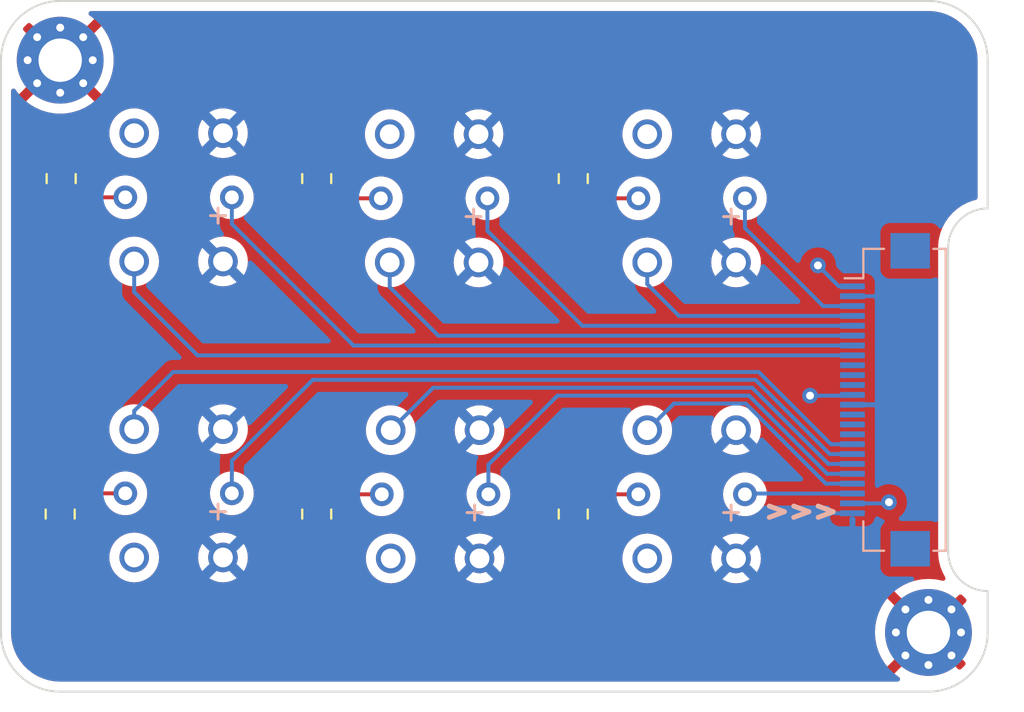
<source format=kicad_pcb>
(kicad_pcb (version 20220331) (generator pcbnew)
  (layers (0 "F.Cu" mixed) (31 "B.Cu" mixed) (34 "B.Paste" user) (35 "F.Paste" user) (36 "B.SilkS" user "B.Silkscreen") (37 "F.SilkS" user "F.Silkscreen") (38 "B.Mask" user) (39 "F.Mask" user) (44 "Edge.Cuts" user))
  (net 0 "")
  (net 1 "GND")
  (net 2 "+3V3")
  (net 3 "SW_1")
  (net 4 "LED_1")
  (net 5 "SW_3")
  (net 6 "LED_3")
  (net 7 "SW_5")
  (net 8 "LED_5")
  (net 9 "SW_6")
  (net 13 "LED_6")
  (net 14 "SW_4")
  (net 18 "LED_4")
  (net 19 "SW_2")
  (net 20 "LED_2")
  (net 21 "Net-(SW1--)")
  (net 22 "Net-(SW2--)")
  (net 23 "Net-(SW3--)")
  (net 24 "Net-(SW4--)")
  (net 25 "Net-(SW5--)")
  (net 26 "Net-(SW6--)")
  (footprint "Resistor_SMD:R_0805_2012Metric_Pad1.20x1.40mm_HandSolder" (layer "F.Cu") (at 123.05 89 90)
    (fp_text reference "R5" hide)
    (fp_text value "100Ω")
    (fp_line (start -0.227064 -0.735) (end 0.227064 -0.735) (stroke (width 0.12)) (layer "F.SilkS"))
    (fp_line (start -0.227064 0.735) (end 0.227064 0.735) (stroke (width 0.12)) (layer "F.SilkS"))
    (pad "1" smd roundrect (at -1 0 90) (size 1.2 1.4) (layers "F.Cu" "F.Paste" "F.Mask") (roundrect_rratio 0.208333) (net 25 "Net-(SW5--)"))
    (pad "2" smd roundrect (at 1 0 90) (size 1.2 1.4) (layers "F.Cu" "F.Paste" "F.Mask") (roundrect_rratio 0.208333) (net 1 "GND"))
  )
  (footprint "Resistor_SMD:R_0805_2012Metric_Pad1.20x1.40mm_HandSolder" (layer "F.Cu") (at 149 106 -90)
    (fp_text reference "R2" hide)
    (fp_text value "100Ω")
    (fp_line (start -0.227064 -0.735) (end 0.227064 -0.735) (stroke (width 0.12)) (layer "F.SilkS"))
    (fp_line (start -0.227064 0.735) (end 0.227064 0.735) (stroke (width 0.12)) (layer "F.SilkS"))
    (pad "1" smd roundrect (at -1 0 270) (size 1.2 1.4) (layers "F.Cu" "F.Paste" "F.Mask") (roundrect_rratio 0.208333) (net 22 "Net-(SW2--)"))
    (pad "2" smd roundrect (at 1 0 270) (size 1.2 1.4) (layers "F.Cu" "F.Paste" "F.Mask") (roundrect_rratio 0.208333) (net 1 "GND"))
  )
  (footprint "Resistor_SMD:R_0805_2012Metric_Pad1.20x1.40mm_HandSolder" (layer "F.Cu") (at 136 106 -90)
    (fp_text reference "R4" hide)
    (fp_text value "100Ω")
    (fp_line (start -0.227064 -0.735) (end 0.227064 -0.735) (stroke (width 0.12)) (layer "F.SilkS"))
    (fp_line (start -0.227064 0.735) (end 0.227064 0.735) (stroke (width 0.12)) (layer "F.SilkS"))
    (pad "1" smd roundrect (at -1 0 270) (size 1.2 1.4) (layers "F.Cu" "F.Paste" "F.Mask") (roundrect_rratio 0.208333) (net 24 "Net-(SW4--)"))
    (pad "2" smd roundrect (at 1 0 270) (size 1.2 1.4) (layers "F.Cu" "F.Paste" "F.Mask") (roundrect_rratio 0.208333) (net 1 "GND"))
  )
  (footprint "MountingHole:MountingHole_2.2mm_M2_Pad_Via" (layer "F.Cu") (at 123 83)
    (fp_text reference "H1" hide)
    (fp_text value "~")
    (pad "1" thru_hole circle locked (at -1.65 0) (size 0.7 0.7) (drill 0.4) (layers *.Cu *.Mask) (net 1 "GND"))
    (pad "1" thru_hole circle locked (at -1.166726 -1.166726) (size 0.7 0.7) (drill 0.4) (layers *.Cu *.Mask) (net 1 "GND"))
    (pad "1" thru_hole circle locked (at -1.166726 1.166726) (size 0.7 0.7) (drill 0.4) (layers *.Cu *.Mask) (net 1 "GND"))
    (pad "1" thru_hole circle locked (at 0 -1.65) (size 0.7 0.7) (drill 0.4) (layers *.Cu *.Mask) (net 1 "GND"))
    (pad "1" thru_hole circle locked (at 0 0) (size 4.4 4.4) (drill 2.2) (layers *.Cu *.Mask) (net 1 "GND"))
    (pad "1" thru_hole circle locked (at 0 1.65) (size 0.7 0.7) (drill 0.4) (layers *.Cu *.Mask) (net 1 "GND"))
    (pad "1" thru_hole circle locked (at 1.166726 -1.166726) (size 0.7 0.7) (drill 0.4) (layers *.Cu *.Mask) (net 1 "GND"))
    (pad "1" thru_hole circle locked (at 1.166726 1.166726) (size 0.7 0.7) (drill 0.4) (layers *.Cu *.Mask) (net 1 "GND"))
    (pad "1" thru_hole circle locked (at 1.65 0) (size 0.7 0.7) (drill 0.4) (layers *.Cu *.Mask) (net 1 "GND"))
  )
  (footprint "Resistor_SMD:R_0805_2012Metric_Pad1.20x1.40mm_HandSolder" (layer "F.Cu") (at 136 89 90)
    (fp_text reference "R3" hide)
    (fp_text value "100Ω")
    (fp_line (start -0.227064 -0.735) (end 0.227064 -0.735) (stroke (width 0.12)) (layer "F.SilkS"))
    (fp_line (start -0.227064 0.735) (end 0.227064 0.735) (stroke (width 0.12)) (layer "F.SilkS"))
    (pad "1" smd roundrect (at -1 0 90) (size 1.2 1.4) (layers "F.Cu" "F.Paste" "F.Mask") (roundrect_rratio 0.208333) (net 23 "Net-(SW3--)"))
    (pad "2" smd roundrect (at 1 0 90) (size 1.2 1.4) (layers "F.Cu" "F.Paste" "F.Mask") (roundrect_rratio 0.208333) (net 1 "GND"))
  )
  (footprint "Resistor_SMD:R_0805_2012Metric_Pad1.20x1.40mm_HandSolder" (layer "F.Cu") (at 149 89 90)
    (fp_text reference "R1" hide)
    (fp_text value "100Ω")
    (fp_line (start -0.227064 -0.735) (end 0.227064 -0.735) (stroke (width 0.12)) (layer "F.SilkS"))
    (fp_line (start -0.227064 0.735) (end 0.227064 0.735) (stroke (width 0.12)) (layer "F.SilkS"))
    (pad "1" smd roundrect (at -1 0 90) (size 1.2 1.4) (layers "F.Cu" "F.Paste" "F.Mask") (roundrect_rratio 0.208333) (net 21 "Net-(SW1--)"))
    (pad "2" smd roundrect (at 1 0 90) (size 1.2 1.4) (layers "F.Cu" "F.Paste" "F.Mask") (roundrect_rratio 0.208333) (net 1 "GND"))
  )
  (footprint "Resistor_SMD:R_0805_2012Metric_Pad1.20x1.40mm_HandSolder" (layer "F.Cu") (at 123 106 -90)
    (fp_text reference "R6" hide)
    (fp_text value "100Ω")
    (fp_line (start -0.227064 -0.735) (end 0.227064 -0.735) (stroke (width 0.12)) (layer "F.SilkS"))
    (fp_line (start -0.227064 0.735) (end 0.227064 0.735) (stroke (width 0.12)) (layer "F.SilkS"))
    (pad "1" smd roundrect (at -1 0 270) (size 1.2 1.4) (layers "F.Cu" "F.Paste" "F.Mask") (roundrect_rratio 0.208333) (net 26 "Net-(SW6--)"))
    (pad "2" smd roundrect (at 1 0 270) (size 1.2 1.4) (layers "F.Cu" "F.Paste" "F.Mask") (roundrect_rratio 0.208333) (net 1 "GND"))
  )
  (footprint "MountingHole:MountingHole_2.2mm_M2_Pad_Via" (layer "F.Cu") (at 167 112)
    (fp_text reference "H2" hide)
    (fp_text value "~")
    (pad "1" thru_hole circle locked (at -1.65 0) (size 0.7 0.7) (drill 0.4) (layers *.Cu *.Mask) (net 1 "GND"))
    (pad "1" thru_hole circle locked (at -1.166726 -1.166726) (size 0.7 0.7) (drill 0.4) (layers *.Cu *.Mask) (net 1 "GND"))
    (pad "1" thru_hole circle locked (at -1.166726 1.166726) (size 0.7 0.7) (drill 0.4) (layers *.Cu *.Mask) (net 1 "GND"))
    (pad "1" thru_hole circle locked (at 0 -1.65) (size 0.7 0.7) (drill 0.4) (layers *.Cu *.Mask) (net 1 "GND"))
    (pad "1" thru_hole circle locked (at 0 0) (size 4.4 4.4) (drill 2.2) (layers *.Cu *.Mask) (net 1 "GND"))
    (pad "1" thru_hole circle locked (at 0 1.65) (size 0.7 0.7) (drill 0.4) (layers *.Cu *.Mask) (net 1 "GND"))
    (pad "1" thru_hole circle locked (at 1.166726 -1.166726) (size 0.7 0.7) (drill 0.4) (layers *.Cu *.Mask) (net 1 "GND"))
    (pad "1" thru_hole circle locked (at 1.166726 1.166726) (size 0.7 0.7) (drill 0.4) (layers *.Cu *.Mask) (net 1 "GND"))
    (pad "1" thru_hole circle locked (at 1.65 0) (size 0.7 0.7) (drill 0.4) (layers *.Cu *.Mask) (net 1 "GND"))
  )
  (footprint "GameOver:Addon_conn_TXGA_FFC05036-24SBD113W5M_1x24_P0.50mm_Horizontal" (layer "B.Cu") (at 165 100.21 -90)
    (fp_text reference "J1" hide)
    (fp_text value locked "addon_conn")
    (fp_text user ">>>" (at 5.7404 4.445 180 unlocked) (layer "B.SilkS") (effects (font (thickness 0.25) bold) (justify mirror)))
    (fp_line (start -7.65 -2.875) (end 7.65 -2.875) (stroke (width 0.12)) (layer "B.SilkS"))
    (fp_line (start -7.65 -2.25) (end -7.65 -2.875) (stroke (width 0.12)) (layer "B.SilkS"))
    (fp_line (start -7.65 1.3) (end -7.65 0.25) (stroke (width 0.12)) (layer "B.SilkS"))
    (fp_line (start -6.16 1.3) (end -7.65 1.3) (stroke (width 0.12)) (layer "B.SilkS"))
    (fp_line (start -6.16 1.3) (end -6.16 2.25) (stroke (width 0.12)) (layer "B.SilkS"))
    (fp_line (start 6.16 1.3) (end 7.65 1.3) (stroke (width 0.12)) (layer "B.SilkS"))
    (fp_line (start 7.65 -2.875) (end 7.65 -2.25) (stroke (width 0.12)) (layer "B.SilkS"))
    (fp_line (start 7.65 1.3) (end 7.65 0.25) (stroke (width 0.12)) (layer "B.SilkS"))
    (pad "" smd rect locked (at -7.55 -1.075 270) (size 1.8 2) (layers "B.Cu" "B.Paste" "B.Mask"))
    (pad "" smd rect locked (at 7.55 -1.075 270) (size 1.8 2) (layers "B.Cu" "B.Paste" "B.Mask"))
    (pad "1" smd rect locked (at -5.75 1.85 270) (size 0.3 1.25) (layers "B.Cu" "B.Paste" "B.Mask") (net 1 "GND"))
    (pad "2" smd rect locked (at -5.25 1.85 270) (size 0.3 1.25) (layers "B.Cu" "B.Paste" "B.Mask") (net 2 "+3V3"))
    (pad "3" smd rect locked (at -4.75 1.85 270) (size 0.3 1.25) (layers "B.Cu" "B.Paste" "B.Mask") (net 4 "LED_1"))
    (pad "4" smd rect locked (at -4.25 1.85 270) (size 0.3 1.25) (layers "B.Cu" "B.Paste" "B.Mask") (net 3 "SW_1"))
    (pad "5" smd rect locked (at -3.75 1.85 270) (size 0.3 1.25) (layers "B.Cu" "B.Paste" "B.Mask") (net 6 "LED_3"))
    (pad "6" smd rect locked (at -3.25 1.85 270) (size 0.3 1.25) (layers "B.Cu" "B.Paste" "B.Mask") (net 5 "SW_3"))
    (pad "7" smd rect locked (at -2.75 1.85 270) (size 0.3 1.25) (layers "B.Cu" "B.Paste" "B.Mask") (net 8 "LED_5"))
    (pad "8" smd rect locked (at -2.25 1.85 270) (size 0.3 1.25) (layers "B.Cu" "B.Paste" "B.Mask") (net 7 "SW_5"))
    (pad "9" smd rect locked (at -1.75 1.85 270) (size 0.3 1.25) (layers "B.Cu" "B.Paste" "B.Mask"))
    (pad "10" smd rect locked (at -1.25 1.85 270) (size 0.3 1.25) (layers "B.Cu" "B.Paste" "B.Mask"))
    (pad "11" smd rect locked (at -0.75 1.85 270) (size 0.3 1.25) (layers "B.Cu" "B.Paste" "B.Mask"))
    (pad "12" smd rect locked (at -0.25 1.85 270) (size 0.3 1.25) (layers "B.Cu" "B.Paste" "B.Mask") (net 1 "GND"))
    (pad "13" smd rect locked (at 0.25 1.85 270) (size 0.3 1.25) (layers "B.Cu" "B.Paste" "B.Mask") (net 2 "+3V3"))
    (pad "14" smd rect locked (at 0.75 1.85 270) (size 0.3 1.25) (layers "B.Cu" "B.Paste" "B.Mask"))
    (pad "15" smd rect locked (at 1.25 1.85 270) (size 0.3 1.25) (layers "B.Cu" "B.Paste" "B.Mask"))
    (pad "16" smd rect locked (at 1.75 1.85 270) (size 0.3 1.25) (layers "B.Cu" "B.Paste" "B.Mask"))
    (pad "17" smd rect locked (at 2.25 1.85 270) (size 0.3 1.25) (layers "B.Cu" "B.Paste" "B.Mask") (net 9 "SW_6"))
    (pad "18" smd rect locked (at 2.75 1.85 270) (size 0.3 1.25) (layers "B.Cu" "B.Paste" "B.Mask") (net 13 "LED_6"))
    (pad "19" smd rect locked (at 3.25 1.85 270) (size 0.3 1.25) (layers "B.Cu" "B.Paste" "B.Mask") (net 14 "SW_4"))
    (pad "20" smd rect locked (at 3.75 1.85 270) (size 0.3 1.25) (layers "B.Cu" "B.Paste" "B.Mask") (net 18 "LED_4"))
    (pad "21" smd rect locked (at 4.25 1.85 270) (size 0.3 1.25) (layers "B.Cu" "B.Paste" "B.Mask") (net 19 "SW_2"))
    (pad "22" smd rect locked (at 4.75 1.85 270) (size 0.3 1.25) (layers "B.Cu" "B.Paste" "B.Mask") (net 20 "LED_2"))
    (pad "23" smd rect locked (at 5.25 1.85 270) (size 0.3 1.25) (layers "B.Cu" "B.Paste" "B.Mask") (net 1 "GND"))
    (pad "24" smd rect locked (at 5.75 1.85 270) (size 0.3 1.25) (layers "B.Cu" "B.Paste" "B.Mask") (net 2 "+3V3"))
  )
  (footprint "GameOver:TL1240GQ1JCLR" (layer "B.Cu") (at 155 105)
    (fp_text reference "SW2" hide)
    (fp_text value "TL1240GQ1JCLR")
    (fp_text user "+" (at 2 1 180 unlocked) (layer "B.SilkS") (effects (justify mirror)))
    (pad "1" thru_hole circle (at 2.25 3.25) (size 1.5 1.5) (drill 1) (layers *.Cu *.Mask) (net 2 "+3V3"))
    (pad "2" thru_hole circle (at 2.25 -3.25) (size 1.5 1.5) (drill 1) (layers *.Cu *.Mask) (net 2 "+3V3"))
    (pad "3" thru_hole circle (at -2.25 3.25) (size 1.5 1.5) (drill 1) (layers *.Cu *.Mask))
    (pad "4" thru_hole circle (at -2.25 -3.25) (size 1.5 1.5) (drill 1) (layers *.Cu *.Mask) (net 19 "SW_2"))
    (pad "5" thru_hole circle (at 2.7 0) (size 1.2 1.2) (drill 0.7) (layers *.Cu *.Mask) (net 20 "LED_2"))
    (pad "6" thru_hole circle (at -2.7 0) (size 1.2 1.2) (drill 0.7) (layers *.Cu *.Mask) (net 22 "Net-(SW2--)"))
  )
  (footprint "GameOver:TL1240GQ1JCLR" (layer "B.Cu") (at 141.95 90)
    (fp_text reference "SW3" hide)
    (fp_text value "TL1240GQ1JCLR")
    (fp_text user "+" (at 2 1 180 unlocked) (layer "B.SilkS") (effects (justify mirror)))
    (pad "1" thru_hole circle (at 2.25 3.25) (size 1.5 1.5) (drill 1) (layers *.Cu *.Mask) (net 2 "+3V3"))
    (pad "2" thru_hole circle (at 2.25 -3.25) (size 1.5 1.5) (drill 1) (layers *.Cu *.Mask) (net 2 "+3V3"))
    (pad "3" thru_hole circle (at -2.25 3.25) (size 1.5 1.5) (drill 1) (layers *.Cu *.Mask) (net 5 "SW_3"))
    (pad "4" thru_hole circle (at -2.25 -3.25) (size 1.5 1.5) (drill 1) (layers *.Cu *.Mask))
    (pad "5" thru_hole circle (at 2.7 0) (size 1.2 1.2) (drill 0.7) (layers *.Cu *.Mask) (net 6 "LED_3"))
    (pad "6" thru_hole circle (at -2.7 0) (size 1.2 1.2) (drill 0.7) (layers *.Cu *.Mask) (net 23 "Net-(SW3--)"))
  )
  (footprint "GameOver:TL1240GQ1JCLR" (layer "B.Cu") (at 142 105)
    (fp_text reference "SW4" hide)
    (fp_text value "TL1240GQ1JCLR")
    (fp_text user "+" (at 2 1 180 unlocked) (layer "B.SilkS") (effects (justify mirror)))
    (pad "1" thru_hole circle (at 2.25 3.25) (size 1.5 1.5) (drill 1) (layers *.Cu *.Mask) (net 2 "+3V3"))
    (pad "2" thru_hole circle (at 2.25 -3.25) (size 1.5 1.5) (drill 1) (layers *.Cu *.Mask) (net 2 "+3V3"))
    (pad "3" thru_hole circle (at -2.25 3.25) (size 1.5 1.5) (drill 1) (layers *.Cu *.Mask))
    (pad "4" thru_hole circle (at -2.25 -3.25) (size 1.5 1.5) (drill 1) (layers *.Cu *.Mask) (net 14 "SW_4"))
    (pad "5" thru_hole circle (at 2.7 0) (size 1.2 1.2) (drill 0.7) (layers *.Cu *.Mask) (net 18 "LED_4"))
    (pad "6" thru_hole circle (at -2.7 0) (size 1.2 1.2) (drill 0.7) (layers *.Cu *.Mask) (net 24 "Net-(SW4--)"))
  )
  (footprint "GameOver:TL1240GQ1JCLR" (layer "B.Cu") (at 129 104.95)
    (fp_text reference "SW6" hide)
    (fp_text value "TL1240GQ1JCLR")
    (fp_text user "+" (at 2 1 180 unlocked) (layer "B.SilkS") (effects (justify mirror)))
    (pad "1" thru_hole circle (at 2.25 3.25) (size 1.5 1.5) (drill 1) (layers *.Cu *.Mask) (net 2 "+3V3"))
    (pad "2" thru_hole circle (at 2.25 -3.25) (size 1.5 1.5) (drill 1) (layers *.Cu *.Mask) (net 2 "+3V3"))
    (pad "3" thru_hole circle (at -2.25 3.25) (size 1.5 1.5) (drill 1) (layers *.Cu *.Mask))
    (pad "4" thru_hole circle (at -2.25 -3.25) (size 1.5 1.5) (drill 1) (layers *.Cu *.Mask) (net 9 "SW_6"))
    (pad "5" thru_hole circle (at 2.7 0) (size 1.2 1.2) (drill 0.7) (layers *.Cu *.Mask) (net 13 "LED_6"))
    (pad "6" thru_hole circle (at -2.7 0) (size 1.2 1.2) (drill 0.7) (layers *.Cu *.Mask) (net 26 "Net-(SW6--)"))
  )
  (footprint "GameOver:TL1240GQ1JCLR" (layer "B.Cu") (at 155 90)
    (fp_text reference "SW1" hide)
    (fp_text value "TL1240GQ1JCLR")
    (fp_text user "+" (at 2 1 180 unlocked) (layer "B.SilkS") (effects (justify mirror)))
    (pad "1" thru_hole circle (at 2.25 3.25) (size 1.5 1.5) (drill 1) (layers *.Cu *.Mask) (net 2 "+3V3"))
    (pad "2" thru_hole circle (at 2.25 -3.25) (size 1.5 1.5) (drill 1) (layers *.Cu *.Mask) (net 2 "+3V3"))
    (pad "3" thru_hole circle (at -2.25 3.25) (size 1.5 1.5) (drill 1) (layers *.Cu *.Mask) (net 3 "SW_1"))
    (pad "4" thru_hole circle (at -2.25 -3.25) (size 1.5 1.5) (drill 1) (layers *.Cu *.Mask))
    (pad "5" thru_hole circle (at 2.7 0) (size 1.2 1.2) (drill 0.7) (layers *.Cu *.Mask) (net 4 "LED_1"))
    (pad "6" thru_hole circle (at -2.7 0) (size 1.2 1.2) (drill 0.7) (layers *.Cu *.Mask) (net 21 "Net-(SW1--)"))
  )
  (footprint "GameOver:TL1240GQ1JCLR" (layer "B.Cu") (at 129 89.95)
    (fp_text reference "SW5" hide)
    (fp_text value "TL1240GQ1JCLR")
    (fp_text user "+" (at 2 1 180 unlocked) (layer "B.SilkS") (effects (justify mirror)))
    (pad "1" thru_hole circle (at 2.25 3.25) (size 1.5 1.5) (drill 1) (layers *.Cu *.Mask) (net 2 "+3V3"))
    (pad "2" thru_hole circle (at 2.25 -3.25) (size 1.5 1.5) (drill 1) (layers *.Cu *.Mask) (net 2 "+3V3"))
    (pad "3" thru_hole circle (at -2.25 3.25) (size 1.5 1.5) (drill 1) (layers *.Cu *.Mask) (net 7 "SW_5"))
    (pad "4" thru_hole circle (at -2.25 -3.25) (size 1.5 1.5) (drill 1) (layers *.Cu *.Mask))
    (pad "5" thru_hole circle (at 2.7 0) (size 1.2 1.2) (drill 0.7) (layers *.Cu *.Mask) (net 8 "LED_5"))
    (pad "6" thru_hole circle (at -2.7 0) (size 1.2 1.2) (drill 0.7) (layers *.Cu *.Mask) (net 25 "Net-(SW5--)"))
  )
  (gr_line locked (start 170 83) (end 170 90.514214) (stroke (width 0.1)) (layer "Edge.Cuts"))
  (gr_arc locked (start 168 92.514214) (mid 168.585786 91.1) (end 170 90.514214) (stroke (width 0.1)) (layer "Edge.Cuts"))
  (gr_line locked (start 123 80) (end 167 80) (stroke (width 0.1)) (layer "Edge.Cuts"))
  (gr_line locked (start 120 112) (end 120 83) (stroke (width 0.1)) (layer "Edge.Cuts"))
  (gr_arc locked (start 170 112) (mid 169.12132 114.12132) (end 167 115) (stroke (width 0.1)) (layer "Edge.Cuts"))
  (gr_line locked (start 167 115) (end 123 115) (stroke (width 0.1)) (layer "Edge.Cuts"))
  (gr_arc locked (start 123 115) (mid 120.87868 114.12132) (end 120 112) (stroke (width 0.1)) (layer "Edge.Cuts"))
  (gr_arc locked (start 120 83) (mid 120.87868 80.87868) (end 123 80) (stroke (width 0.1)) (layer "Edge.Cuts"))
  (gr_arc locked (start 170 109.9) (mid 168.585786 109.314214) (end 168 107.9) (stroke (width 0.1)) (layer "Edge.Cuts"))
  (gr_line locked (start 170 112) (end 170 109.9) (stroke (width 0.1)) (layer "Edge.Cuts"))
  (gr_line locked (start 168 92.514214) (end 168 107.9) (stroke (width 0.1)) (layer "Edge.Cuts"))
  (gr_arc locked (start 167 80) (mid 169.12132 80.87868) (end 170 83) (stroke (width 0.1)) (layer "Edge.Cuts"))
  (via (at 161 100) (size 0.8) (drill 0.4) (layers "F.Cu" "B.Cu") (net 1))
  (via (at 165 105.4) (size 0.8) (drill 0.4) (layers "F.Cu" "B.Cu") (net 1))
  (via (at 161.4 93.4) (size 0.8) (drill 0.4) (layers "F.Cu" "B.Cu") (net 1))
  (segment (start 163.15 94.46) (end 162.46 94.46) (width 0.2) (layer "B.Cu") (net 1))
  (segment (start 161 100) (end 163.11 100) (width 0.2) (layer "B.Cu") (net 1))
  (segment (start 162.46 94.46) (end 161.4 93.4) (width 0.2) (layer "B.Cu") (net 1))
  (segment (start 164.94 105.46) (end 165 105.4) (width 0.2) (layer "B.Cu") (net 1))
  (segment (start 163.11 100) (end 163.15 99.96) (width 0.2) (layer "B.Cu") (net 1))
  (segment (start 163.15 105.46) (end 164.94 105.46) (width 0.2) (layer "B.Cu") (net 1))
  (segment (start 163.15 100.46) (end 165.34 100.46) (width 0.25) (layer "B.Cu") (net 2))
  (segment (start 156 92) (end 156 88) (width 0.25) (layer "B.Cu") (net 2))
  (segment (start 156 88) (end 157.25 86.75) (width 0.25) (layer "B.Cu") (net 2))
  (segment (start 159.6 105.96) (end 163.15 105.96) (width 0.2) (layer "B.Cu") (net 2))
  (segment (start 157.25 93.25) (end 156 92) (width 0.25) (layer "B.Cu") (net 2))
  (segment (start 130 92) (end 130.05 92) (width 0.25) (layer "B.Cu") (net 2))
  (segment (start 163.15 94.96) (end 165.96 94.96) (width 0.2) (layer "B.Cu") (net 2))
  (segment (start 130 106.95) (end 131.25 108.2) (width 0.25) (layer "B.Cu") (net 2))
  (segment (start 130 102.95) (end 130 106.95) (width 0.25) (layer "B.Cu") (net 2))
  (segment (start 131.25 86.7) (end 130 87.95) (width 0.25) (layer "B.Cu") (net 2))
  (segment (start 156 107) (end 157.25 108.25) (width 0.25) (layer "B.Cu") (net 2))
  (segment (start 157.25 101.75) (end 156 103) (width 0.25) (layer "B.Cu") (net 2))
  (segment (start 143 107) (end 144.25 108.25) (width 0.25) (layer "B.Cu") (net 2))
  (segment (start 143 92.05) (end 144.2 93.25) (width 0.25) (layer "B.Cu") (net 2))
  (segment (start 143 87.95) (end 143 92.05) (width 0.25) (layer "B.Cu") (net 2))
  (segment (start 143 103) (end 143 107) (width 0.25) (layer "B.Cu") (net 2))
  (segment (start 131.25 101.7) (end 130 102.95) (width 0.25) (layer "B.Cu") (net 2))
  (segment (start 144.25 101.75) (end 143 103) (width 0.25) (layer "B.Cu") (net 2))
  (segment (start 130 87.95) (end 130 92) (width 0.25) (layer "B.Cu") (net 2))
  (segment (start 144.2 86.75) (end 143 87.95) (width 0.25) (layer "B.Cu") (net 2))
  (segment (start 130.05 92) (end 131.25 93.2) (width 0.25) (layer "B.Cu") (net 2))
  (segment (start 156 103) (end 156 107) (width 0.25) (layer "B.Cu") (net 2))
  (segment (start 154.36 95.96) (end 152.75 94.35) (width 0.2) (layer "B.Cu") (net 3))
  (segment (start 163.15 95.96) (end 154.36 95.96) (width 0.2) (layer "B.Cu") (net 3))
  (segment (start 152.75 94.35) (end 152.75 93.25) (width 0.2) (layer "B.Cu") (net 3))
  (segment (start 163.15 95.46) (end 161.66 95.46) (width 0.2) (layer "B.Cu") (net 4))
  (segment (start 161.66 95.46) (end 157.7 91.5) (width 0.2) (layer "B.Cu") (net 4))
  (segment (start 157.7 91.5) (end 157.7 90) (width 0.2) (layer "B.Cu") (net 4))
  (segment (start 163.15 96.96) (end 142.16 96.96) (width 0.2) (layer "B.Cu") (net 5))
  (segment (start 142.16 96.96) (end 139.7 94.5) (width 0.2) (layer "B.Cu") (net 5))
  (segment (start 139.7 94.5) (end 139.7 93.25) (width 0.2) (layer "B.Cu") (net 5))
  (segment (start 149.46 96.46) (end 144.65 91.65) (width 0.2) (layer "B.Cu") (net 6))
  (segment (start 144.65 91.65) (end 144.65 90) (width 0.2) (layer "B.Cu") (net 6))
  (segment (start 163.15 96.46) (end 149.46 96.46) (width 0.2) (layer "B.Cu") (net 6))
  (segment (start 129.96 97.96) (end 126.75 94.75) (width 0.2) (layer "B.Cu") (net 7))
  (segment (start 126.75 94.75) (end 126.75 93.2) (width 0.2) (layer "B.Cu") (net 7))
  (segment (start 163.15 97.96) (end 129.96 97.96) (width 0.2) (layer "B.Cu") (net 7))
  (segment (start 131.7 91.3) (end 131.7 89.95) (width 0.2) (layer "B.Cu") (net 8))
  (segment (start 137.86 97.46) (end 131.7 91.3) (width 0.2) (layer "B.Cu") (net 8))
  (segment (start 163.15 97.46) (end 137.86 97.46) (width 0.2) (layer "B.Cu") (net 8))
  (segment (start 126.75 100.775) (end 126.75 101.7) (width 0.2) (layer "B.Cu") (net 9))
  (segment (start 158.4 98.8) (end 128.725 98.8) (width 0.2) (layer "B.Cu") (net 9))
  (segment (start 163.15 102.46) (end 162.06 102.46) (width 0.2) (layer "B.Cu") (net 9))
  (segment (start 162.06 102.46) (end 158.4 98.8) (width 0.2) (layer "B.Cu") (net 9))
  (segment (start 128.725 98.8) (end 126.75 100.775) (width 0.2) (layer "B.Cu") (net 9))
  (segment (start 131.7 103.3) (end 131.7 104.95) (width 0.2) (layer "B.Cu") (net 13))
  (segment (start 158.234514 99.19952) (end 135.80048 99.19952) (width 0.2) (layer "B.Cu") (net 13))
  (segment (start 135.80048 99.19952) (end 131.7 103.3) (width 0.2) (layer "B.Cu") (net 13))
  (segment (start 163.15 102.96) (end 161.994994 102.96) (width 0.2) (layer "B.Cu") (net 13))
  (segment (start 161.994994 102.96) (end 158.234514 99.19952) (width 0.2) (layer "B.Cu") (net 13))
  (segment (start 141.90096 99.59904) (end 139.75 101.75) (width 0.2) (layer "B.Cu") (net 14))
  (segment (start 163.15 103.46) (end 161.929988 103.46) (width 0.2) (layer "B.Cu") (net 14))
  (segment (start 158.069028 99.59904) (end 141.90096 99.59904) (width 0.2) (layer "B.Cu") (net 14))
  (segment (start 161.929988 103.46) (end 158.069028 99.59904) (width 0.2) (layer "B.Cu") (net 14))
  (segment (start 157.903542 99.99856) (end 148.20144 99.99856) (width 0.2) (layer "B.Cu") (net 18))
  (segment (start 163.15 103.96) (end 161.864982 103.96) (width 0.2) (layer "B.Cu") (net 18))
  (segment (start 148.20144 99.99856) (end 144.7 103.5) (width 0.2) (layer "B.Cu") (net 18))
  (segment (start 161.864982 103.96) (end 157.903542 99.99856) (width 0.2) (layer "B.Cu") (net 18))
  (segment (start 144.7 103.5) (end 144.7 105) (width 0.2) (layer "B.Cu") (net 18))
  (segment (start 157.739976 100.4) (end 154.1 100.4) (width 0.2) (layer "B.Cu") (net 19))
  (segment (start 163.15 104.46) (end 161.799976 104.46) (width 0.2) (layer "B.Cu") (net 19))
  (segment (start 154.1 100.4) (end 152.75 101.75) (width 0.2) (layer "B.Cu") (net 19))
  (segment (start 161.799976 104.46) (end 157.739976 100.4) (width 0.2) (layer "B.Cu") (net 19))
  (segment (start 157.74 104.96) (end 157.7 105) (width 0.2) (layer "B.Cu") (net 20))
  (segment (start 163.15 104.96) (end 157.74 104.96) (width 0.2) (layer "B.Cu") (net 20))
  (segment (start 149 90) (end 152.3 90) (width 0.2) (layer "F.Cu") (net 21))
  (segment (start 149 105) (end 152.3 105) (width 0.2) (layer "F.Cu") (net 22))
  (segment (start 136 90) (end 139.25 90) (width 0.2) (layer "F.Cu") (net 23))
  (segment (start 136 105) (end 139.3 105) (width 0.2) (layer "F.Cu") (net 24))
  (segment (start 123.1 89.95) (end 126.3 89.95) (width 0.2) (layer "F.Cu") (net 25))
  (segment (start 123.05 90) (end 123.1 89.95) (width 0.2) (layer "F.Cu") (net 25))
  (segment (start 123 105) (end 123.05 104.95) (width 0.2) (layer "F.Cu") (net 26))
  (segment (start 123.05 104.95) (end 126.3 104.95) (width 0.2) (layer "F.Cu") (net 26))
  (zone (net 1) (net_name "GND") (layer "F.Cu") (connect_pads (clearance 0.508)) (min_thickness 0.254) (fill yes (thermal_gap 0.508) (thermal_bridge_width 0.508) (island_removal_mode 2) (island_area_min 10))
    (polygon (pts (xy 170 115) (xy 120 115) (xy 120 80) (xy 170 80)))
  )
  (zone (net 2) (net_name "+3V3") (layer "B.Cu") (connect_pads (clearance 0.508)) (min_thickness 0.254) (fill yes (thermal_gap 0.508) (thermal_bridge_width 0.508) (island_removal_mode 2) (island_area_min 10))
    (polygon (pts (xy 170 115) (xy 120 115) (xy 120 80) (xy 170 80)))
  )
)
</source>
